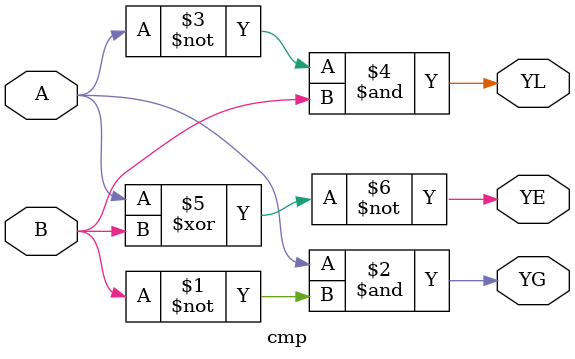
<source format=v>
`timescale 1ns / 1ps
module cmp(
	A, B,
	YG, YL, YE
    );
    
    input A, B;
    output YG, YL, YE;
    
    assign YG = A & ~B;
    assign YL = ~A & B;
    assign YE = ~(A ^ B);
endmodule

</source>
